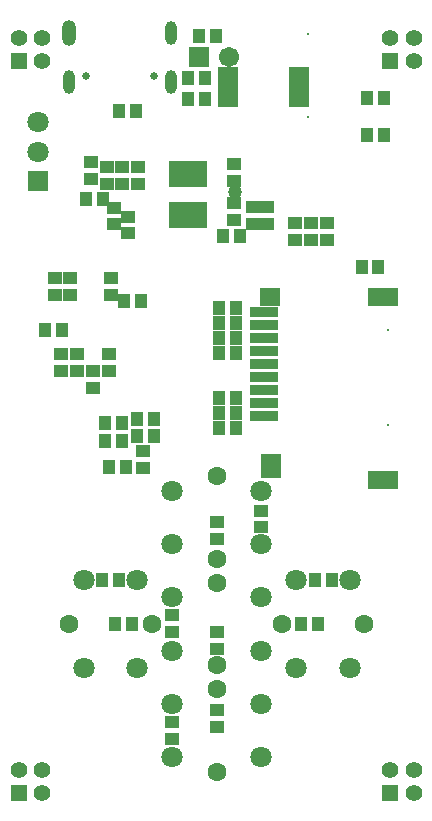
<source format=gbs>
G04*
G04 #@! TF.GenerationSoftware,Altium Limited,Altium Designer,21.3.2 (30)*
G04*
G04 Layer_Color=16711935*
%FSTAX24Y24*%
%MOIN*%
G70*
G04*
G04 #@! TF.SameCoordinates,17C352DC-52FB-4B9E-A555-A73132B06FB7*
G04*
G04*
G04 #@! TF.FilePolarity,Negative*
G04*
G01*
G75*
%ADD48R,0.0400X0.0460*%
%ADD52R,0.0460X0.0400*%
%ADD73C,0.0256*%
%ADD74O,0.0474X0.0867*%
%ADD75O,0.0394X0.0787*%
%ADD76C,0.0080*%
%ADD77C,0.0552*%
%ADD78R,0.0552X0.0552*%
%ADD79C,0.0631*%
%ADD80C,0.0710*%
%ADD81C,0.0671*%
%ADD82R,0.0671X0.0671*%
%ADD83R,0.0710X0.0710*%
%ADD84C,0.0474*%
%ADD110R,0.0651X0.1340*%
%ADD111R,0.1261X0.0907*%
%ADD112R,0.0710X0.0788*%
%ADD113R,0.1025X0.0631*%
%ADD114R,0.0710X0.0631*%
%ADD115R,0.0946X0.0355*%
D48*
X04341Y03804D02*
D03*
X04397D02*
D03*
X04457Y03279D02*
D03*
X04513D02*
D03*
X04445Y028894D02*
D03*
X04501D02*
D03*
X04397Y03736D02*
D03*
X04341D02*
D03*
X04765Y02133D02*
D03*
X04821D02*
D03*
X04054D02*
D03*
X0411D02*
D03*
X04501Y027397D02*
D03*
X04445D02*
D03*
Y029392D02*
D03*
X04501D02*
D03*
X04445Y03039D02*
D03*
X04501D02*
D03*
X04445Y029891D02*
D03*
X04501D02*
D03*
X04064Y02656D02*
D03*
X0412D02*
D03*
X04064Y02595D02*
D03*
X0412D02*
D03*
X04228Y02611D02*
D03*
X04172D02*
D03*
X039202Y029655D02*
D03*
X038642D02*
D03*
X04128Y03063D02*
D03*
X04184D02*
D03*
X040583Y034027D02*
D03*
X040023D02*
D03*
X04377Y03945D02*
D03*
X04433D02*
D03*
X04976Y03174D02*
D03*
X0492D02*
D03*
X04445Y0264D02*
D03*
X04501D02*
D03*
X04445Y026899D02*
D03*
X04501D02*
D03*
X04079Y02508D02*
D03*
X04135D02*
D03*
X04172Y02667D02*
D03*
X04228D02*
D03*
X04773Y01985D02*
D03*
X04717D02*
D03*
X04155D02*
D03*
X04099D02*
D03*
X04993Y03615D02*
D03*
X04937D02*
D03*
X04993Y0374D02*
D03*
X04937D02*
D03*
X04167Y03696D02*
D03*
X04111D02*
D03*
D52*
X04494Y03518D02*
D03*
Y03462D02*
D03*
Y03331D02*
D03*
Y03387D02*
D03*
X04604Y03376D02*
D03*
Y0332D02*
D03*
X04557Y03376D02*
D03*
Y0332D02*
D03*
X04093Y03373D02*
D03*
Y03317D02*
D03*
X04142Y03343D02*
D03*
Y03287D02*
D03*
X041223Y034509D02*
D03*
Y035069D02*
D03*
X04289Y01602D02*
D03*
Y01658D02*
D03*
Y020154D02*
D03*
Y019594D02*
D03*
X04584Y02363D02*
D03*
Y02307D02*
D03*
X0419Y02506D02*
D03*
Y02562D02*
D03*
X03917Y028292D02*
D03*
Y028852D02*
D03*
X039704Y028292D02*
D03*
Y028852D02*
D03*
X04023Y02829D02*
D03*
Y02773D02*
D03*
X040772Y028292D02*
D03*
Y028852D02*
D03*
X03897Y03138D02*
D03*
Y03082D02*
D03*
X03947Y03138D02*
D03*
Y03082D02*
D03*
X04084Y03138D02*
D03*
Y03082D02*
D03*
X04018Y03468D02*
D03*
Y03524D02*
D03*
X04072Y035069D02*
D03*
Y034509D02*
D03*
X04174D02*
D03*
Y035069D02*
D03*
X04698Y03266D02*
D03*
Y03322D02*
D03*
X047505Y03266D02*
D03*
Y03322D02*
D03*
X04803Y03266D02*
D03*
Y03322D02*
D03*
X044365Y022688D02*
D03*
Y023248D02*
D03*
Y01959D02*
D03*
Y01903D02*
D03*
Y01642D02*
D03*
Y01698D02*
D03*
D73*
X042288Y038114D02*
D03*
X040012D02*
D03*
D74*
X039449Y039563D02*
D03*
D75*
Y037917D02*
D03*
X042851Y039563D02*
D03*
Y037917D02*
D03*
D76*
X05007Y02965D02*
D03*
Y0265D02*
D03*
X0474Y039511D02*
D03*
Y036755D02*
D03*
D77*
X050942Y038613D02*
D03*
X050155Y0394D02*
D03*
X050942D02*
D03*
Y014213D02*
D03*
X050155Y015D02*
D03*
X050942D02*
D03*
X03855Y014213D02*
D03*
X037763Y015D02*
D03*
X03855D02*
D03*
Y038613D02*
D03*
X037763Y0394D02*
D03*
X03855D02*
D03*
D78*
X050155Y038613D02*
D03*
Y014213D02*
D03*
X037763D02*
D03*
Y038613D02*
D03*
D79*
X0422Y01985D02*
D03*
X044365Y014929D02*
D03*
Y024771D02*
D03*
Y017685D02*
D03*
Y022015D02*
D03*
X049287Y01985D02*
D03*
X039444D02*
D03*
X046531D02*
D03*
X044365Y018472D02*
D03*
Y021228D02*
D03*
D80*
X045842Y015421D02*
D03*
X042889D02*
D03*
Y024279D02*
D03*
X045842D02*
D03*
X042889Y017193D02*
D03*
Y022507D02*
D03*
X045842Y017193D02*
D03*
Y022507D02*
D03*
X048794Y018374D02*
D03*
Y021326D02*
D03*
X039936Y018374D02*
D03*
Y021326D02*
D03*
X047023Y018374D02*
D03*
Y021326D02*
D03*
X041708Y018374D02*
D03*
Y021326D02*
D03*
X042889Y018964D02*
D03*
X045842D02*
D03*
Y020736D02*
D03*
X042889D02*
D03*
X0384Y0356D02*
D03*
Y036584D02*
D03*
D81*
X04477Y03874D02*
D03*
D82*
X04377D02*
D03*
D83*
X0384Y034616D02*
D03*
D84*
X04499Y03425D02*
D03*
D110*
X044749Y03776D02*
D03*
X047111D02*
D03*
D111*
X04342Y033471D02*
D03*
Y034849D02*
D03*
D112*
X046172Y025122D02*
D03*
D113*
X049913Y02465D02*
D03*
Y030752D02*
D03*
D114*
X046133D02*
D03*
D115*
X045936Y03024D02*
D03*
Y029807D02*
D03*
Y029374D02*
D03*
Y028941D02*
D03*
Y028508D02*
D03*
Y028075D02*
D03*
Y027641D02*
D03*
Y027208D02*
D03*
Y026776D02*
D03*
M02*

</source>
